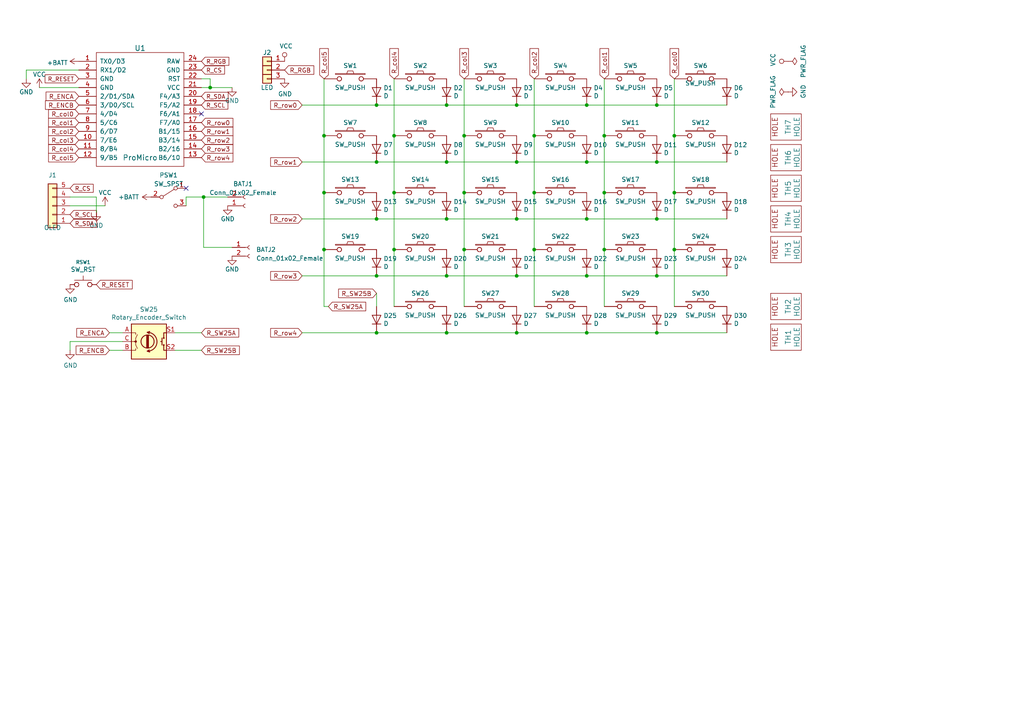
<source format=kicad_sch>
(kicad_sch (version 20230121) (generator eeschema)
  (paper "A4")
  (lib_symbols
    (symbol "Connector:Conn_01x02_Female" (pin_names (offset 1.016) hide)
      (property "Reference" "J" (at 0 2.54 0))
      (property "Value" "Conn_01x02_Female" (at 0 -5.08 0))
      (symbol "Conn_01x02_Female_1_1"
        (arc (start 0 -2.032) (mid -0.5058 -2.54) (end 0 -3.048) (stroke (width 0.1524)))
        (polyline (pts (xy -1.27 -2.54) (xy -0.508 -2.54)) (stroke (width 0.1524)))
        (polyline (pts (xy -1.27 0) (xy -0.508 0)) (stroke (width 0.1524)))
        (arc (start 0 0.508) (mid -0.5058 0) (end 0 -0.508) (stroke (width 0.1524)))
        (pin passive line (at -5.08 0 0) (length 3.81) (name "Pin_1") (number "1"))
        (pin passive line (at -5.08 -2.54 0) (length 3.81) (name "Pin_2") (number "2"))
      )
    )
    (symbol "Connector_Generic:Conn_01x05" (pin_names (offset 1.016) hide)
      (property "Reference" "J" (at 0 7.62 0))
      (property "Value" "Conn_01x05" (at 0 -7.62 0))
      (symbol "Conn_01x05_1_1"
        (rectangle (start -1.27 -4.953) (end 0 -5.207) (stroke (width 0.1524)))
        (rectangle (start -1.27 -2.413) (end 0 -2.667) (stroke (width 0.1524)))
        (rectangle (start -1.27 0.127) (end 0 -0.127) (stroke (width 0.1524)))
        (rectangle (start -1.27 2.667) (end 0 2.413) (stroke (width 0.1524)))
        (rectangle (start -1.27 5.207) (end 0 4.953) (stroke (width 0.1524)))
        (rectangle (start -1.27 6.35) (end 1.27 -6.35) (stroke (width 0.254)) (fill (type background)))
        (pin passive line (at -5.08 5.08 0) (length 3.81) (name "Pin_1") (number "1"))
        (pin passive line (at -5.08 2.54 0) (length 3.81) (name "Pin_2") (number "2"))
        (pin passive line (at -5.08 0 0) (length 3.81) (name "Pin_3") (number "3"))
        (pin passive line (at -5.08 -2.54 0) (length 3.81) (name "Pin_4") (number "4"))
        (pin passive line (at -5.08 -5.08 0) (length 3.81) (name "Pin_5") (number "5"))
      )
    )
    (symbol "SofleKeyboard-rescue:D-Lily58-cache-Lily58_Pro-rescue" (pin_numbers hide) (pin_names (offset 1.016) hide)
      (property "Reference" "D" (at 0 2.54 0))
      (property "Value" "D-Lily58-cache-Lily58_Pro-rescue" (at 0 -2.54 0))
      (symbol "D-Lily58-cache-Lily58_Pro-rescue_0_1"
        (polyline (pts (xy -1.27 1.27) (xy -1.27 -1.27)) (stroke (width 0.2032)))
        (polyline (pts (xy 1.27 0) (xy -1.27 0)))
        (polyline (pts (xy 1.27 1.27) (xy 1.27 -1.27) (xy -1.27 0) (xy 1.27 1.27)) (stroke (width 0.2032)))
      )
      (symbol "D-Lily58-cache-Lily58_Pro-rescue_1_1"
        (pin passive line (at -3.81 0 0) (length 2.54) (name "K") (number "1"))
        (pin passive line (at 3.81 0 180) (length 2.54) (name "A") (number "2"))
      )
    )
    (symbol "SofleKeyboard-rescue:GND-Lily58-cache-Lily58_Pro-rescue" (power) (pin_names (offset 0))
      (property "Value" "GND-Lily58-cache-Lily58_Pro-rescue" (at 0 -3.81 0))
      (symbol "GND-Lily58-cache-Lily58_Pro-rescue_1_1"
        (polyline (pts (xy 0 0) (xy 0 -1.27) (xy 1.27 -1.27) (xy 0 -2.54) (xy -1.27 -1.27) (xy 0 -1.27)))
        (pin power_in line (at 0 0 0) (length 0) hide (name "GND") (number "1"))
      )
    )
    (symbol "SofleKeyboard-rescue:HOLE-Lily58-cache-Lily58_Pro-rescue" (pin_names (offset 1.016))
      (property "Reference" "U" (at 0 0 0))
      (property "Value" "HOLE-Lily58-cache-Lily58_Pro-rescue" (at 0 -5.08 0))
      (symbol "HOLE-Lily58-cache-Lily58_Pro-rescue_0_0"
        (text "HOLE" (at 0 3.81 0) (effects (font (size 1.524 1.524))))
      )
      (symbol "HOLE-Lily58-cache-Lily58_Pro-rescue_0_1"
        (rectangle (start 3.81 5.08) (end -3.81 -3.81))
      )
    )
    (symbol "SofleKeyboard-rescue:LED-Lily58-cache-Lily58_Pro-rescue" (pin_names (offset 1.016) hide)
      (property "Reference" "J" (at 0 5.08 0))
      (property "Value" "LED-Lily58-cache-Lily58_Pro-rescue" (at 0 -5.08 0))
      (symbol "LED-Lily58-cache-Lily58_Pro-rescue_1_1"
        (rectangle (start -1.27 3.81) (end 1.27 -3.81) (stroke (width 0.254)) (fill (type background)))
        (rectangle (start 0 -2.413) (end 1.27 -2.667) (stroke (width 0.1524)))
        (polyline (pts (xy -1.27 -1.27) (xy 1.27 -1.27)) (stroke (width 0.254)))
        (polyline (pts (xy -1.27 1.27) (xy 1.27 1.27)) (stroke (width 0.254)))
        (rectangle (start 0 0.127) (end 1.27 -0.127) (stroke (width 0.1524)))
        (rectangle (start 0 2.667) (end 1.27 2.413) (stroke (width 0.1524)))
        (pin passive line (at 5.08 2.54 180) (length 3.81) (name "Pin_1") (number "1"))
        (pin passive line (at 5.08 0 180) (length 3.81) (name "Pin_2") (number "2"))
        (pin passive line (at 5.08 -2.54 180) (length 3.81) (name "Pin_3") (number "3"))
      )
    )
    (symbol "SofleKeyboard-rescue:PWR_FLAG-Lily58-cache-Lily58_Pro-rescue" (power) (pin_numbers hide) (pin_names (offset 0) hide)
      (property "Value" "PWR_FLAG-Lily58-cache-Lily58_Pro-rescue" (at 0 3.81 0))
      (symbol "PWR_FLAG-Lily58-cache-Lily58_Pro-rescue_0_0"
        (pin power_out line (at 0 0 90) (length 0) (name "pwr") (number "1"))
      )
      (symbol "PWR_FLAG-Lily58-cache-Lily58_Pro-rescue_0_1"
        (polyline (pts (xy 0 0) (xy 0 1.27) (xy -1.016 1.905) (xy 0 2.54) (xy 1.016 1.905) (xy 0 1.27)))
      )
    )
    (symbol "SofleKeyboard-rescue:Rotary_Encoder_Switch-Device" (pin_names (offset 0.254) hide)
      (property "Reference" "SW" (at 0 6.604 0))
      (property "Value" "Device_Rotary_Encoder_Switch" (at 0 -6.604 0))
      (symbol "Rotary_Encoder_Switch-Device_0_1"
        (rectangle (start -5.08 5.08) (end 5.08 -5.08) (stroke (width 0.254)) (fill (type background)))
        (circle (center -3.81 0) (radius 0.254) (fill (type outline)))
        (arc (start -0.381 -2.794) (mid 2.3376 -0.0635) (end -0.381 2.667) (stroke (width 0.254)))
        (circle (center -0.381 0) (radius 1.905) (stroke (width 0.254)))
        (polyline (pts (xy -0.635 -1.778) (xy -0.635 1.778)) (stroke (width 0.254)))
        (polyline (pts (xy -0.381 -1.778) (xy -0.381 1.778)) (stroke (width 0.254)))
        (polyline (pts (xy -0.127 1.778) (xy -0.127 -1.778)) (stroke (width 0.254)))
        (polyline (pts (xy 3.81 0) (xy 3.429 0)) (stroke (width 0.254)))
        (polyline (pts (xy 3.81 1.016) (xy 3.81 -1.016)) (stroke (width 0.254)))
        (polyline (pts (xy -5.08 -2.54) (xy -3.81 -2.54) (xy -3.81 -2.032)))
        (polyline (pts (xy -5.08 2.54) (xy -3.81 2.54) (xy -3.81 2.032)))
        (polyline (pts (xy 0.254 -3.048) (xy -0.508 -2.794) (xy 0.127 -2.413)) (stroke (width 0.254)))
        (polyline (pts (xy 0.254 2.921) (xy -0.508 2.667) (xy 0.127 2.286)) (stroke (width 0.254)))
        (polyline (pts (xy 5.08 -2.54) (xy 4.318 -2.54) (xy 4.318 -1.016)) (stroke (width 0.254)))
        (polyline (pts (xy 5.08 2.54) (xy 4.318 2.54) (xy 4.318 1.016)) (stroke (width 0.254)))
        (polyline (pts (xy -5.08 0) (xy -3.81 0) (xy -3.81 -1.016) (xy -3.302 -2.032)))
        (polyline (pts (xy -4.318 0) (xy -3.81 0) (xy -3.81 1.016) (xy -3.302 2.032)))
        (circle (center 4.318 -1.016) (radius 0.127) (stroke (width 0.254)))
        (circle (center 4.318 1.016) (radius 0.127) (stroke (width 0.254)))
      )
      (symbol "Rotary_Encoder_Switch-Device_1_1"
        (pin passive line (at -7.62 2.54 0) (length 2.54) (name "A") (number "A"))
        (pin passive line (at -7.62 -2.54 0) (length 2.54) (name "B") (number "B"))
        (pin passive line (at -7.62 0 0) (length 2.54) (name "C") (number "C"))
        (pin passive line (at 7.62 2.54 180) (length 2.54) (name "S1") (number "S1"))
        (pin passive line (at 7.62 -2.54 180) (length 2.54) (name "S2") (number "S2"))
      )
    )
    (symbol "SofleKeyboard-rescue:SW_PUSH-Lily58-cache-Lily58_Pro-rescue" (pin_numbers hide) (pin_names (offset 1.016) hide)
      (property "Reference" "SW" (at 3.81 2.794 0))
      (property "Value" "SW_PUSH-Lily58-cache-Lily58_Pro-rescue" (at 0 -2.032 0))
      (symbol "SW_PUSH-Lily58-cache-Lily58_Pro-rescue_0_1"
        (rectangle (start -4.318 1.27) (end 4.318 1.524))
        (polyline (pts (xy -1.016 1.524) (xy -0.762 2.286) (xy 0.762 2.286) (xy 1.016 1.524)))
        (pin passive inverted (at -7.62 0 0) (length 5.08) (name "1") (number "1"))
        (pin passive inverted (at 7.62 0 180) (length 5.08) (name "2") (number "2"))
      )
    )
    (symbol "SofleKeyboard-rescue:SW_RST-Lily58-cache-Lily58_Pro-rescue" (pin_numbers hide) (pin_names (offset 1.016) hide)
      (property "Reference" "RSW" (at 2.54 2.54 0))
      (property "Value" "SW_RST-Lily58-cache-Lily58_Pro-rescue" (at 0 -2.54 0))
      (symbol "SW_RST-Lily58-cache-Lily58_Pro-rescue_0_1"
        (polyline (pts (xy -2.54 1.27) (xy 2.54 1.27)))
        (polyline (pts (xy 0 2.54) (xy 0 1.27)))
        (pin passive inverted (at -3.81 0 0) (length 2.54) (name "1") (number "1"))
        (pin passive inverted (at 3.81 0 180) (length 2.54) (name "2") (number "2"))
      )
    )
    (symbol "SofleKeyboard-rescue:VCC-Lily58-cache-Lily58_Pro-rescue" (power) (pin_names (offset 0))
      (property "Value" "VCC-Lily58-cache-Lily58_Pro-rescue" (at 0 3.81 0))
      (symbol "VCC-Lily58-cache-Lily58_Pro-rescue_0_1"
        (polyline (pts (xy 0 0) (xy 0 1.27)))
        (circle (center 0 1.905) (radius 0.635))
      )
      (symbol "VCC-Lily58-cache-Lily58_Pro-rescue_1_1"
        (pin power_in line (at 0 0 90) (length 0) hide (name "VCC") (number "1"))
      )
    )
    (symbol "Switch:SW_SPDT" (pin_names (offset 0) hide)
      (property "Reference" "SW" (at 0 4.318 0))
      (property "Value" "SW_SPDT" (at 0 -5.08 0))
      (symbol "SW_SPDT_0_0"
        (circle (center -2.032 0) (radius 0.508))
        (circle (center 2.032 -2.54) (radius 0.508))
      )
      (symbol "SW_SPDT_0_1"
        (polyline (pts (xy -1.524 0.254) (xy 1.651 2.286)))
        (circle (center 2.032 2.54) (radius 0.508))
      )
      (symbol "SW_SPDT_1_1"
        (pin passive line (at 5.08 2.54 180) (length 2.54) (name "A") (number "1"))
        (pin passive line (at -5.08 0 0) (length 2.54) (name "B") (number "2"))
        (pin passive line (at 5.08 -2.54 180) (length 2.54) (name "C") (number "3"))
      )
    )
    (symbol "kbd:ProMicro" (pin_names (offset 1.016))
      (property "Reference" "U" (at 0 19.05 0))
      (property "Value" "ProMicro" (at 0 -19.05 0))
      (symbol "ProMicro_0_1"
        (rectangle (start -12.7 16.51) (end 12.7 -16.51))
      )
      (symbol "ProMicro_1_1"
        (pin bidirectional line (at -17.78 13.97 0) (length 5.08) (name "TX0/D3") (number "1"))
        (pin bidirectional line (at -17.78 -8.89 0) (length 5.08) (name "7/E6") (number "10"))
        (pin bidirectional line (at -17.78 -11.43 0) (length 5.08) (name "8/B4") (number "11"))
        (pin bidirectional line (at -17.78 -13.97 0) (length 5.08) (name "9/B5") (number "12"))
        (pin bidirectional line (at 17.78 -13.97 180) (length 5.08) (name "B6/10") (number "13"))
        (pin bidirectional line (at 17.78 -11.43 180) (length 5.08) (name "B2/16") (number "14"))
        (pin bidirectional line (at 17.78 -8.89 180) (length 5.08) (name "B3/14") (number "15"))
        (pin bidirectional line (at 17.78 -6.35 180) (length 5.08) (name "B1/15") (number "16"))
        (pin bidirectional line (at 17.78 -3.81 180) (length 5.08) (name "F7/A0") (number "17"))
        (pin bidirectional line (at 17.78 -1.27 180) (length 5.08) (name "F6/A1") (number "18"))
        (pin bidirectional line (at 17.78 1.27 180) (length 5.08) (name "F5/A2") (number "19"))
        (pin bidirectional line (at -17.78 11.43 0) (length 5.08) (name "RX1/D2") (number "2"))
        (pin bidirectional line (at 17.78 3.81 180) (length 5.08) (name "F4/A3") (number "20"))
        (pin power_in line (at 17.78 6.35 180) (length 5.08) (name "VCC") (number "21"))
        (pin input line (at 17.78 8.89 180) (length 5.08) (name "RST") (number "22"))
        (pin power_in line (at 17.78 11.43 180) (length 5.08) (name "GND") (number "23"))
        (pin power_out line (at 17.78 13.97 180) (length 5.08) (name "RAW") (number "24"))
        (pin power_in line (at -17.78 8.89 0) (length 5.08) (name "GND") (number "3"))
        (pin power_in line (at -17.78 6.35 0) (length 5.08) (name "GND") (number "4"))
        (pin bidirectional line (at -17.78 3.81 0) (length 5.08) (name "2/D1/SDA") (number "5"))
        (pin bidirectional line (at -17.78 1.27 0) (length 5.08) (name "3/D0/SCL") (number "6"))
        (pin bidirectional line (at -17.78 -1.27 0) (length 5.08) (name "4/D4") (number "7"))
        (pin bidirectional line (at -17.78 -3.81 0) (length 5.08) (name "5/C6") (number "8"))
        (pin bidirectional line (at -17.78 -6.35 0) (length 5.08) (name "6/D7") (number "9"))
      )
    )
    (symbol "power:+BATT" (power) (pin_names (offset 0))
      (property "Value" "+BATT" (at 0 3.556 0))
      (symbol "+BATT_0_1"
        (polyline (pts (xy -0.762 1.27) (xy 0 2.54)))
        (polyline (pts (xy 0 0) (xy 0 2.54)))
        (polyline (pts (xy 0 2.54) (xy 0.762 1.27)))
      )
      (symbol "+BATT_1_1"
        (pin power_in line (at 0 0 90) (length 0) hide (name "+BATT") (number "1"))
      )
    )
    (symbol "power:GND" (power) (pin_names (offset 0))
      (property "Value" "GND" (at 0 -3.81 0))
      (symbol "GND_0_1"
        (polyline (pts (xy 0 0) (xy 0 -1.27) (xy 1.27 -1.27) (xy 0 -2.54) (xy -1.27 -1.27) (xy 0 -1.27)))
      )
      (symbol "GND_1_1"
        (pin power_in line (at 0 0 270) (length 0) hide (name "GND") (number "1"))
      )
    )
    (symbol "power:VCC" (power) (pin_names (offset 0))
      (property "Value" "VCC" (at 0 3.81 0))
      (symbol "VCC_0_1"
        (polyline (pts (xy -0.762 1.27) (xy 0 2.54)))
        (polyline (pts (xy 0 0) (xy 0 2.54)))
        (polyline (pts (xy 0 2.54) (xy 0.762 1.27)))
      )
      (symbol "VCC_1_1"
        (pin power_in line (at 0 0 90) (length 0) hide (name "VCC") (number "1"))
      )
    )
  )
  (junction (at 114.3 72.39))
  (junction (at 154.94 55.88))
  (junction (at 190.5 46.99))
  (junction (at 109.22 46.99))
  (junction (at 149.86 80.01))
  (junction (at 93.98 39.37))
  (junction (at 149.86 96.52))
  (junction (at 109.22 63.5))
  (junction (at 175.26 55.88))
  (junction (at 175.26 72.39))
  (junction (at 195.58 39.37))
  (junction (at 154.94 39.37))
  (junction (at 170.18 63.5))
  (junction (at 129.54 80.01))
  (junction (at 59.055 57.15))
  (junction (at 170.18 80.01))
  (junction (at 195.58 72.39))
  (junction (at 109.22 96.52))
  (junction (at 149.86 46.99))
  (junction (at 195.58 55.88))
  (junction (at 129.54 63.5))
  (junction (at 170.18 30.48))
  (junction (at 190.5 80.01))
  (junction (at 134.62 55.88))
  (junction (at 109.22 80.01))
  (junction (at 149.86 63.5))
  (junction (at 129.54 46.99))
  (junction (at 134.62 39.37))
  (junction (at 134.62 72.39))
  (junction (at 190.5 30.48))
  (junction (at 114.3 55.88))
  (junction (at 109.22 30.48))
  (junction (at 114.3 39.37))
  (junction (at 170.18 96.52))
  (junction (at 190.5 96.52))
  (junction (at 93.98 72.39))
  (junction (at 60.96 25.4))
  (junction (at 93.98 55.88))
  (junction (at 129.54 30.48))
  (junction (at 129.54 96.52))
  (junction (at 175.26 39.37))
  (junction (at 149.86 30.48))
  (junction (at 154.94 72.39))
  (junction (at 170.18 46.99))
  (junction (at 190.5 63.5))
  (no_connect (at 58.42 33.02))
  (no_connect (at 53.975 54.61))
  (wire (pts (xy 149.86 63.5) (xy 170.18 63.5)))
  (wire (pts (xy 93.98 88.9) (xy 95.25 88.9)))
  (wire (pts (xy 109.22 30.48) (xy 87.63 30.48)))
  (wire (pts (xy 20.32 99.06) (xy 20.32 101.6)))
  (wire (pts (xy 93.98 39.37) (xy 93.98 55.88)))
  (wire (pts (xy 53.975 57.15) (xy 53.975 59.69)))
  (wire (pts (xy 93.98 22.86) (xy 93.98 39.37)))
  (wire (pts (xy 190.5 46.99) (xy 210.82 46.99)))
  (wire (pts (xy 129.54 46.99) (xy 109.22 46.99)))
  (wire (pts (xy 195.58 72.39) (xy 195.58 88.9)))
  (wire (pts (xy 129.54 30.48) (xy 109.22 30.48)))
  (wire (pts (xy 170.18 80.01) (xy 190.5 80.01)))
  (wire (pts (xy 93.98 55.88) (xy 93.98 72.39)))
  (wire (pts (xy 154.94 39.37) (xy 154.94 55.88)))
  (wire (pts (xy 129.54 63.5) (xy 109.22 63.5)))
  (wire (pts (xy 31.75 101.6) (xy 35.56 101.6)))
  (wire (pts (xy 149.86 96.52) (xy 170.18 96.52)))
  (wire (pts (xy 59.055 57.15) (xy 59.055 71.755)))
  (wire (pts (xy 22.86 25.4) (xy 11.43 25.4)))
  (wire (pts (xy 109.22 46.99) (xy 87.63 46.99)))
  (wire (pts (xy 170.18 46.99) (xy 190.5 46.99)))
  (wire (pts (xy 149.86 30.48) (xy 170.18 30.48)))
  (wire (pts (xy 53.975 57.15) (xy 59.055 57.15)))
  (wire (pts (xy 190.5 30.48) (xy 210.82 30.48)))
  (wire (pts (xy 170.18 63.5) (xy 190.5 63.5)))
  (wire (pts (xy 175.26 72.39) (xy 175.26 55.88)))
  (wire (pts (xy 129.54 80.01) (xy 109.22 80.01)))
  (wire (pts (xy 129.54 46.99) (xy 149.86 46.99)))
  (wire (pts (xy 50.8 101.6) (xy 58.42 101.6)))
  (wire (pts (xy 149.86 80.01) (xy 170.18 80.01)))
  (wire (pts (xy 154.94 55.88) (xy 154.94 72.39)))
  (wire (pts (xy 170.18 96.52) (xy 190.5 96.52)))
  (wire (pts (xy 175.26 22.86) (xy 175.26 39.37)))
  (wire (pts (xy 109.22 96.52) (xy 129.54 96.52)))
  (wire (pts (xy 60.96 22.86) (xy 60.96 25.4)))
  (wire (pts (xy 190.5 96.52) (xy 210.82 96.52)))
  (wire (pts (xy 195.58 55.88) (xy 195.58 72.39)))
  (wire (pts (xy 134.62 39.37) (xy 134.62 55.88)))
  (wire (pts (xy 195.58 39.37) (xy 195.58 22.86)))
  (wire (pts (xy 134.62 72.39) (xy 134.62 88.9)))
  (wire (pts (xy 109.22 63.5) (xy 87.63 63.5)))
  (wire (pts (xy 129.54 80.01) (xy 149.86 80.01)))
  (wire (pts (xy 129.54 96.52) (xy 149.86 96.52)))
  (wire (pts (xy 149.86 46.99) (xy 170.18 46.99)))
  (wire (pts (xy 27.94 61.595) (xy 27.94 57.15)))
  (wire (pts (xy 67.31 25.4) (xy 60.96 25.4)))
  (wire (pts (xy 175.26 39.37) (xy 175.26 55.88)))
  (wire (pts (xy 31.75 96.52) (xy 35.56 96.52)))
  (wire (pts (xy 109.22 85.09) (xy 109.22 88.9)))
  (wire (pts (xy 134.62 22.86) (xy 134.62 39.37)))
  (wire (pts (xy 190.5 30.48) (xy 170.18 30.48)))
  (wire (pts (xy 60.96 25.4) (xy 58.42 25.4)))
  (wire (pts (xy 195.58 55.88) (xy 195.58 39.37)))
  (wire (pts (xy 35.56 99.06) (xy 20.32 99.06)))
  (wire (pts (xy 50.8 96.52) (xy 58.42 96.52)))
  (wire (pts (xy 190.5 80.01) (xy 210.82 80.01)))
  (wire (pts (xy 93.98 72.39) (xy 93.98 88.9)))
  (wire (pts (xy 20.32 59.69) (xy 30.48 59.69)))
  (wire (pts (xy 129.54 30.48) (xy 149.86 30.48)))
  (wire (pts (xy 7.62 22.86) (xy 7.62 20.32)))
  (wire (pts (xy 109.22 80.01) (xy 87.63 80.01)))
  (wire (pts (xy 190.5 63.5) (xy 210.82 63.5)))
  (wire (pts (xy 175.26 72.39) (xy 175.26 88.9)))
  (wire (pts (xy 129.54 63.5) (xy 149.86 63.5)))
  (wire (pts (xy 134.62 55.88) (xy 134.62 72.39)))
  (wire (pts (xy 7.62 20.32) (xy 22.86 20.32)))
  (wire (pts (xy 114.3 72.39) (xy 114.3 88.9)))
  (wire (pts (xy 27.94 57.15) (xy 20.32 57.15)))
  (wire (pts (xy 154.94 72.39) (xy 154.94 88.9)))
  (wire (pts (xy 59.055 71.755) (xy 67.31 71.755)))
  (wire (pts (xy 87.63 96.52) (xy 109.22 96.52)))
  (wire (pts (xy 114.3 22.86) (xy 114.3 39.37)))
  (wire (pts (xy 114.3 55.88) (xy 114.3 72.39)))
  (wire (pts (xy 59.055 57.15) (xy 66.04 57.15)))
  (wire (pts (xy 58.42 22.86) (xy 60.96 22.86)))
  (wire (pts (xy 114.3 39.37) (xy 114.3 55.88)))
  (wire (pts (xy 154.94 22.86) (xy 154.94 39.37)))
  (global_label "R_SCL" (shape input) (at 20.32 62.23 0) (effects (font (size 1.1938 1.1938))) (property "Intersheetrefs" "${INTERSHEET_REFS}" (effects hide)))
  (global_label "R_SW25A" (shape input) (at 95.25 88.9 0) (property "Intersheetrefs" "${INTERSHEET_REFS}" (effects hide)))
  (global_label "R_row2" (shape input) (at 87.63 63.5 180) (property "Intersheetrefs" "${INTERSHEET_REFS}" (effects hide)))
  (global_label "R_col0" (shape input) (at 22.86 33.02 180) (property "Intersheetrefs" "${INTERSHEET_REFS}" (effects hide)))
  (global_label "R_SDA" (shape input) (at 58.42 27.94 0) (effects (font (size 1.1938 1.1938))) (property "Intersheetrefs" "${INTERSHEET_REFS}" (effects hide)))
  (global_label "R_CS" (shape input) (at 20.32 54.61 0) (effects (font (size 1.1938 1.1938))) (property "Intersheetrefs" "${INTERSHEET_REFS}" (effects hide)))
  (global_label "R_SCL" (shape input) (at 58.42 30.48 0) (effects (font (size 1.1938 1.1938))) (property "Intersheetrefs" "${INTERSHEET_REFS}" (effects hide)))
  (global_label "R_col0" (shape input) (at 195.58 22.86 90) (property "Intersheetrefs" "${INTERSHEET_REFS}" (effects hide)))
  (global_label "R_row0" (shape input) (at 87.63 30.48 180) (property "Intersheetrefs" "${INTERSHEET_REFS}" (effects hide)))
  (global_label "R_RGB" (shape input) (at 58.42 17.78 0) (effects (font (size 1.1938 1.1938))) (property "Intersheetrefs" "${INTERSHEET_REFS}" (effects hide)))
  (global_label "R_CS" (shape input) (at 58.42 20.32 0) (effects (font (size 1.1938 1.1938))) (property "Intersheetrefs" "${INTERSHEET_REFS}" (effects hide)))
  (global_label "R_SDA" (shape input) (at 20.32 64.77 0) (effects (font (size 1.1938 1.1938))) (property "Intersheetrefs" "${INTERSHEET_REFS}" (effects hide)))
  (global_label "R_col2" (shape input) (at 22.86 38.1 180) (property "Intersheetrefs" "${INTERSHEET_REFS}" (effects hide)))
  (global_label "R_row1" (shape input) (at 87.63 46.99 180) (property "Intersheetrefs" "${INTERSHEET_REFS}" (effects hide)))
  (global_label "R_col2" (shape input) (at 154.94 22.86 90) (property "Intersheetrefs" "${INTERSHEET_REFS}" (effects hide)))
  (global_label "R_row4" (shape input) (at 87.63 96.52 180) (property "Intersheetrefs" "${INTERSHEET_REFS}" (effects hide)))
  (global_label "R_row1" (shape input) (at 58.42 38.1 0) (property "Intersheetrefs" "${INTERSHEET_REFS}" (effects hide)))
  (global_label "R_row4" (shape input) (at 58.42 45.72 0) (property "Intersheetrefs" "${INTERSHEET_REFS}" (effects hide)))
  (global_label "R_col3" (shape input) (at 134.62 22.86 90) (property "Intersheetrefs" "${INTERSHEET_REFS}" (effects hide)))
  (global_label "R_col1" (shape input) (at 175.26 22.86 90) (property "Intersheetrefs" "${INTERSHEET_REFS}" (effects hide)))
  (global_label "R_col1" (shape input) (at 22.86 35.56 180) (property "Intersheetrefs" "${INTERSHEET_REFS}" (effects hide)))
  (global_label "R_ENCB" (shape input) (at 22.86 30.48 180) (property "Intersheetrefs" "${INTERSHEET_REFS}" (effects hide)))
  (global_label "R_col3" (shape input) (at 22.86 40.64 180) (property "Intersheetrefs" "${INTERSHEET_REFS}" (effects hide)))
  (global_label "R_row2" (shape input) (at 58.42 40.64 0) (property "Intersheetrefs" "${INTERSHEET_REFS}" (effects hide)))
  (global_label "R_SW25B" (shape input) (at 109.22 85.09 180) (property "Intersheetrefs" "${INTERSHEET_REFS}" (effects hide)))
  (global_label "R_col5" (shape input) (at 22.86 45.72 180) (property "Intersheetrefs" "${INTERSHEET_REFS}" (effects hide)))
  (global_label "R_row0" (shape input) (at 58.42 35.56 0) (property "Intersheetrefs" "${INTERSHEET_REFS}" (effects hide)))
  (global_label "R_col4" (shape input) (at 22.86 43.18 180) (property "Intersheetrefs" "${INTERSHEET_REFS}" (effects hide)))
  (global_label "R_col5" (shape input) (at 93.98 22.86 90) (property "Intersheetrefs" "${INTERSHEET_REFS}" (effects hide)))
  (global_label "R_row3" (shape input) (at 87.63 80.01 180) (property "Intersheetrefs" "${INTERSHEET_REFS}" (effects hide)))
  (global_label "R_SW25B" (shape input) (at 58.42 101.6 0) (property "Intersheetrefs" "${INTERSHEET_REFS}" (effects hide)))
  (global_label "R_SW25A" (shape input) (at 58.42 96.52 0) (property "Intersheetrefs" "${INTERSHEET_REFS}" (effects hide)))
  (global_label "R_ENCB" (shape input) (at 31.75 101.6 180) (property "Intersheetrefs" "${INTERSHEET_REFS}" (effects hide)))
  (global_label "R_RESET" (shape input) (at 27.94 82.55 0) (property "Intersheetrefs" "${INTERSHEET_REFS}" (effects hide)))
  (global_label "R_row3" (shape input) (at 58.42 43.18 0) (property "Intersheetrefs" "${INTERSHEET_REFS}" (effects hide)))
  (global_label "R_ENCA" (shape input) (at 31.75 96.52 180) (property "Intersheetrefs" "${INTERSHEET_REFS}" (effects hide)))
  (global_label "R_RGB" (shape input) (at 82.55 20.32 0) (property "Intersheetrefs" "${INTERSHEET_REFS}" (effects hide)))
  (global_label "R_RESET" (shape input) (at 22.86 22.86 180) (effects (font (size 1.1938 1.1938))) (property "Intersheetrefs" "${INTERSHEET_REFS}" (effects hide)))
  (global_label "R_ENCA" (shape input) (at 22.86 27.94 180) (property "Intersheetrefs" "${INTERSHEET_REFS}" (effects hide)))
  (global_label "R_col4" (shape input) (at 114.3 22.86 90) (property "Intersheetrefs" "${INTERSHEET_REFS}" (effects hide)))
  (symbol (lib_id "SofleKeyboard-rescue:SW_PUSH-Lily58-cache-Lily58_Pro-rescue") (at 121.92 88.9 0) (unit 1)
    (property "Reference" "SW26" (at 121.92 85.09 0))
    (property "Value" "SW_PUSH" (at 121.92 91.44 0))
    (property "Footprint" "CherryMX_KailhLowProfile_Hotswap_OneSide_1.5" (effects hide))
  )
  (symbol (lib_id "SofleKeyboard-rescue:SW_PUSH-Lily58-cache-Lily58_Pro-rescue") (at 101.6 22.86 0) (unit 1)
    (property "Reference" "SW1" (at 101.6 19.05 0))
    (property "Value" "SW_PUSH" (at 101.6 25.4 0))
    (property "Footprint" "CherryMX_KailhLowProfile_Hotswap_OneSide" (effects hide))
  )
  (symbol (lib_id "SofleKeyboard-rescue:D-Lily58-cache-Lily58_Pro-rescue") (at 109.22 26.67 90) (unit 1)
    (property "Reference" "D1" (at 111.2266 25.5016 90) (effects (justify right)))
    (property "Value" "D" (at 111.2266 27.813 90) (effects (justify right)))
    (property "Footprint" "SofleKeyboard-footprint:Diode_SOD123" (effects hide))
  )
  (symbol (lib_id "SofleKeyboard-rescue:SW_PUSH-Lily58-cache-Lily58_Pro-rescue") (at 121.92 22.86 0) (unit 1)
    (property "Reference" "SW2" (at 121.92 19.05 0))
    (property "Value" "SW_PUSH" (at 121.92 25.4 0))
    (property "Footprint" "CherryMX_KailhLowProfile_Hotswap_OneSide" (effects hide))
  )
  (symbol (lib_id "SofleKeyboard-rescue:D-Lily58-cache-Lily58_Pro-rescue") (at 129.54 26.67 90) (unit 1)
    (property "Reference" "D2" (at 131.5466 25.5016 90) (effects (justify right)))
    (property "Value" "D" (at 131.5466 27.813 90) (effects (justify right)))
    (property "Footprint" "SofleKeyboard-footprint:Diode_SOD123" (effects hide))
  )
  (symbol (lib_id "SofleKeyboard-rescue:SW_PUSH-Lily58-cache-Lily58_Pro-rescue") (at 142.24 22.86 0) (unit 1)
    (property "Reference" "SW3" (at 142.24 19.05 0))
    (property "Value" "SW_PUSH" (at 142.24 25.4 0))
    (property "Footprint" "CherryMX_KailhLowProfile_Hotswap_OneSide" (effects hide))
  )
  (symbol (lib_id "SofleKeyboard-rescue:D-Lily58-cache-Lily58_Pro-rescue") (at 149.86 26.67 90) (unit 1)
    (property "Reference" "D3" (at 151.8666 25.5016 90) (effects (justify right)))
    (property "Value" "D" (at 151.8666 27.813 90) (effects (justify right)))
    (property "Footprint" "SofleKeyboard-footprint:Diode_SOD123" (effects hide))
  )
  (symbol (lib_id "SofleKeyboard-rescue:SW_PUSH-Lily58-cache-Lily58_Pro-rescue") (at 162.56 22.86 0) (unit 1)
    (property "Reference" "SW4" (at 162.56 19.05 0))
    (property "Value" "SW_PUSH" (at 162.56 25.4 0))
    (property "Footprint" "CherryMX_KailhLowProfile_Hotswap_OneSide" (effects hide))
  )
  (symbol (lib_id "SofleKeyboard-rescue:D-Lily58-cache-Lily58_Pro-rescue") (at 170.18 26.67 90) (unit 1)
    (property "Reference" "D4" (at 172.1866 25.5016 90) (effects (justify right)))
    (property "Value" "D" (at 172.1866 27.813 90) (effects (justify right)))
    (property "Footprint" "SofleKeyboard-footprint:Diode_SOD123" (effects hide))
  )
  (symbol (lib_id "SofleKeyboard-rescue:SW_PUSH-Lily58-cache-Lily58_Pro-rescue") (at 182.88 22.86 0) (unit 1)
    (property "Reference" "SW5" (at 182.88 19.05 0))
    (property "Value" "SW_PUSH" (at 182.88 25.4 0))
    (property "Footprint" "CherryMX_KailhLowProfile_Hotswap_OneSide" (effects hide))
  )
  (symbol (lib_id "SofleKeyboard-rescue:D-Lily58-cache-Lily58_Pro-rescue") (at 190.5 26.67 90) (unit 1)
    (property "Reference" "D5" (at 192.5066 25.5016 90) (effects (justify right)))
    (property "Value" "D" (at 192.5066 27.813 90) (effects (justify right)))
    (property "Footprint" "SofleKeyboard-footprint:Diode_SOD123" (effects hide))
  )
  (symbol (lib_id "SofleKeyboard-rescue:SW_PUSH-Lily58-cache-Lily58_Pro-rescue") (at 203.2 22.86 0) (unit 1)
    (property "Reference" "SW6" (at 203.2 19.05 0))
    (property "Value" "SW_PUSH" (at 203.2 24.13 0))
    (property "Footprint" "CherryMX_KailhLowProfile_Hotswap_OneSide" (effects hide))
  )
  (symbol (lib_id "SofleKeyboard-rescue:D-Lily58-cache-Lily58_Pro-rescue") (at 210.82 26.67 90) (unit 1)
    (property "Reference" "D6" (at 212.8266 25.5016 90) (effects (justify right)))
    (property "Value" "D" (at 212.8266 27.813 90) (effects (justify right)))
    (property "Footprint" "SofleKeyboard-footprint:Diode_SOD123" (effects hide))
  )
  (symbol (lib_id "SofleKeyboard-rescue:SW_PUSH-Lily58-cache-Lily58_Pro-rescue") (at 121.92 39.37 0) (unit 1)
    (property "Reference" "SW8" (at 121.92 35.56 0))
    (property "Value" "SW_PUSH" (at 121.92 41.91 0))
    (property "Footprint" "CherryMX_KailhLowProfile_Hotswap_OneSide" (effects hide))
  )
  (symbol (lib_id "SofleKeyboard-rescue:SW_PUSH-Lily58-cache-Lily58_Pro-rescue") (at 142.24 39.37 0) (unit 1)
    (property "Reference" "SW9" (at 142.24 35.56 0))
    (property "Value" "SW_PUSH" (at 142.24 41.91 0))
    (property "Footprint" "CherryMX_KailhLowProfile_Hotswap_OneSide" (effects hide))
  )
  (symbol (lib_id "SofleKeyboard-rescue:SW_PUSH-Lily58-cache-Lily58_Pro-rescue") (at 162.56 39.37 0) (unit 1)
    (property "Reference" "SW10" (at 162.56 35.56 0))
    (property "Value" "SW_PUSH" (at 162.56 41.91 0))
    (property "Footprint" "CherryMX_KailhLowProfile_Hotswap_OneSide" (effects hide))
  )
  (symbol (lib_id "SofleKeyboard-rescue:SW_PUSH-Lily58-cache-Lily58_Pro-rescue") (at 182.88 39.37 0) (unit 1)
    (property "Reference" "SW11" (at 182.88 35.56 0))
    (property "Value" "SW_PUSH" (at 182.88 41.91 0))
    (property "Footprint" "CherryMX_KailhLowProfile_Hotswap_OneSide" (effects hide))
  )
  (symbol (lib_id "SofleKeyboard-rescue:SW_PUSH-Lily58-cache-Lily58_Pro-rescue") (at 203.2 39.37 0) (unit 1)
    (property "Reference" "SW12" (at 203.2 35.56 0))
    (property "Value" "SW_PUSH" (at 203.2 41.91 0))
    (property "Footprint" "CherryMX_KailhLowProfile_Hotswap_OneSide" (effects hide))
  )
  (symbol (lib_id "SofleKeyboard-rescue:SW_PUSH-Lily58-cache-Lily58_Pro-rescue") (at 101.6 39.37 0) (unit 1)
    (property "Reference" "SW7" (at 101.6 35.56 0))
    (property "Value" "SW_PUSH" (at 101.6 41.91 0))
    (property "Footprint" "CherryMX_KailhLowProfile_Hotswap_OneSide" (effects hide))
  )
  (symbol (lib_id "SofleKeyboard-rescue:D-Lily58-cache-Lily58_Pro-rescue") (at 109.22 43.18 90) (unit 1)
    (property "Reference" "D7" (at 111.2266 42.0116 90) (effects (justify right)))
    (property "Value" "D" (at 111.2266 44.323 90) (effects (justify right)))
    (property "Footprint" "SofleKeyboard-footprint:Diode_SOD123" (effects hide))
  )
  (symbol (lib_id "SofleKeyboard-rescue:D-Lily58-cache-Lily58_Pro-rescue") (at 129.54 43.18 90) (unit 1)
    (property "Reference" "D8" (at 131.5466 42.0116 90) (effects (justify right)))
    (property "Value" "D" (at 131.5466 44.323 90) (effects (justify right)))
    (property "Footprint" "SofleKeyboard-footprint:Diode_SOD123" (effects hide))
  )
  (symbol (lib_id "SofleKeyboard-rescue:D-Lily58-cache-Lily58_Pro-rescue") (at 149.86 43.18 90) (unit 1)
    (property "Reference" "D9" (at 151.8666 42.0116 90) (effects (justify right)))
    (property "Value" "D" (at 151.8666 44.323 90) (effects (justify right)))
    (property "Footprint" "SofleKeyboard-footprint:Diode_SOD123" (effects hide))
  )
  (symbol (lib_id "SofleKeyboard-rescue:D-Lily58-cache-Lily58_Pro-rescue") (at 170.18 43.18 90) (unit 1)
    (property "Reference" "D10" (at 172.1866 42.0116 90) (effects (justify right)))
    (property "Value" "D" (at 172.1866 44.323 90) (effects (justify right)))
    (property "Footprint" "SofleKeyboard-footprint:Diode_SOD123" (effects hide))
  )
  (symbol (lib_id "SofleKeyboard-rescue:D-Lily58-cache-Lily58_Pro-rescue") (at 190.5 43.18 90) (unit 1)
    (property "Reference" "D11" (at 192.5066 42.0116 90) (effects (justify right)))
    (property "Value" "D" (at 192.5066 44.323 90) (effects (justify right)))
    (property "Footprint" "SofleKeyboard-footprint:Diode_SOD123" (effects hide))
  )
  (symbol (lib_id "SofleKeyboard-rescue:D-Lily58-cache-Lily58_Pro-rescue") (at 210.82 43.18 90) (unit 1)
    (property "Reference" "D12" (at 212.8266 42.0116 90) (effects (justify right)))
    (property "Value" "D" (at 212.8266 44.323 90) (effects (justify right)))
    (property "Footprint" "SofleKeyboard-footprint:Diode_SOD123" (effects hide))
  )
  (symbol (lib_id "SofleKeyboard-rescue:SW_PUSH-Lily58-cache-Lily58_Pro-rescue") (at 101.6 55.88 0) (unit 1)
    (property "Reference" "SW13" (at 101.6 52.07 0))
    (property "Value" "SW_PUSH" (at 101.6 58.42 0))
    (property "Footprint" "CherryMX_KailhLowProfile_Hotswap_OneSide" (effects hide))
  )
  (symbol (lib_id "SofleKeyboard-rescue:SW_PUSH-Lily58-cache-Lily58_Pro-rescue") (at 121.92 55.88 0) (unit 1)
    (property "Reference" "SW14" (at 121.92 52.07 0))
    (property "Value" "SW_PUSH" (at 121.92 58.42 0))
    (property "Footprint" "CherryMX_KailhLowProfile_Hotswap_OneSide" (effects hide))
  )
  (symbol (lib_id "SofleKeyboard-rescue:SW_PUSH-Lily58-cache-Lily58_Pro-rescue") (at 142.24 55.88 0) (unit 1)
    (property "Reference" "SW15" (at 142.24 52.07 0))
    (property "Value" "SW_PUSH" (at 142.24 58.42 0))
    (property "Footprint" "CherryMX_KailhLowProfile_Hotswap_OneSide" (effects hide))
  )
  (symbol (lib_id "SofleKeyboard-rescue:SW_PUSH-Lily58-cache-Lily58_Pro-rescue") (at 162.56 55.88 0) (unit 1)
    (property "Reference" "SW16" (at 162.56 52.07 0))
    (property "Value" "SW_PUSH" (at 162.56 58.42 0))
    (property "Footprint" "CherryMX_KailhLowProfile_Hotswap_OneSide" (effects hide))
  )
  (symbol (lib_id "SofleKeyboard-rescue:SW_PUSH-Lily58-cache-Lily58_Pro-rescue") (at 182.88 55.88 0) (unit 1)
    (property "Reference" "SW17" (at 182.88 52.07 0))
    (property "Value" "SW_PUSH" (at 182.88 58.42 0))
    (property "Footprint" "CherryMX_KailhLowProfile_Hotswap_OneSide" (effects hide))
  )
  (symbol (lib_id "SofleKeyboard-rescue:SW_PUSH-Lily58-cache-Lily58_Pro-rescue") (at 203.2 55.88 0) (unit 1)
    (property "Reference" "SW18" (at 203.2 52.07 0))
    (property "Value" "SW_PUSH" (at 203.2 58.42 0))
    (property "Footprint" "CherryMX_KailhLowProfile_Hotswap_OneSide" (effects hide))
  )
  (symbol (lib_id "SofleKeyboard-rescue:D-Lily58-cache-Lily58_Pro-rescue") (at 109.22 59.69 90) (unit 1)
    (property "Reference" "D13" (at 111.2266 58.5216 90) (effects (justify right)))
    (property "Value" "D" (at 111.2266 60.833 90) (effects (justify right)))
    (property "Footprint" "SofleKeyboard-footprint:Diode_SOD123" (effects hide))
  )
  (symbol (lib_id "SofleKeyboard-rescue:D-Lily58-cache-Lily58_Pro-rescue") (at 129.54 59.69 90) (unit 1)
    (property "Reference" "D14" (at 131.5466 58.5216 90) (effects (justify right)))
    (property "Value" "D" (at 131.5466 60.833 90) (effects (justify right)))
    (property "Footprint" "SofleKeyboard-footprint:Diode_SOD123" (effects hide))
  )
  (symbol (lib_id "SofleKeyboard-rescue:D-Lily58-cache-Lily58_Pro-rescue") (at 149.86 59.69 90) (unit 1)
    (property "Reference" "D15" (at 151.8666 58.5216 90) (effects (justify right)))
    (property "Value" "D" (at 151.8666 60.833 90) (effects (justify right)))
    (property "Footprint" "SofleKeyboard-footprint:Diode_SOD123" (effects hide))
  )
  (symbol (lib_id "SofleKeyboard-rescue:D-Lily58-cache-Lily58_Pro-rescue") (at 170.18 59.69 90) (unit 1)
    (property "Reference" "D16" (at 172.1866 58.5216 90) (effects (justify right)))
    (property "Value" "D" (at 172.1866 60.833 90) (effects (justify right)))
    (property "Footprint" "SofleKeyboard-footprint:Diode_SOD123" (effects hide))
  )
  (symbol (lib_id "SofleKeyboard-rescue:D-Lily58-cache-Lily58_Pro-rescue") (at 190.5 59.69 90) (unit 1)
    (property "Reference" "D17" (at 192.5066 58.5216 90) (effects (justify right)))
    (property "Value" "D" (at 192.5066 60.833 90) (effects (justify right)))
    (property "Footprint" "SofleKeyboard-footprint:Diode_SOD123" (effects hide))
  )
  (symbol (lib_id "SofleKeyboard-rescue:D-Lily58-cache-Lily58_Pro-rescue") (at 210.82 59.69 90) (unit 1)
    (property "Reference" "D18" (at 212.8266 58.5216 90) (effects (justify right)))
    (property "Value" "D" (at 212.8266 60.833 90) (effects (justify right)))
    (property "Footprint" "SofleKeyboard-footprint:Diode_SOD123" (effects hide))
  )
  (symbol (lib_id "SofleKeyboard-rescue:SW_PUSH-Lily58-cache-Lily58_Pro-rescue") (at 142.24 72.39 0) (unit 1)
    (property "Reference" "SW21" (at 142.24 68.58 0))
    (property "Value" "SW_PUSH" (at 142.24 74.93 0))
    (property "Footprint" "CherryMX_KailhLowProfile_Hotswap_OneSide" (effects hide))
  )
  (symbol (lib_id "SofleKeyboard-rescue:SW_PUSH-Lily58-cache-Lily58_Pro-rescue") (at 162.56 72.39 0) (unit 1)
    (property "Reference" "SW22" (at 162.56 68.58 0))
    (property "Value" "SW_PUSH" (at 162.56 74.93 0))
    (property "Footprint" "CherryMX_KailhLowProfile_Hotswap_OneSide" (effects hide))
  )
  (symbol (lib_id "SofleKeyboard-rescue:SW_PUSH-Lily58-cache-Lily58_Pro-rescue") (at 182.88 72.39 0) (unit 1)
    (property "Reference" "SW23" (at 182.88 68.58 0))
    (property "Value" "SW_PUSH" (at 182.88 74.93 0))
    (property "Footprint" "CherryMX_KailhLowProfile_Hotswap_OneSide" (effects hide))
  )
  (symbol (lib_id "SofleKeyboard-rescue:SW_PUSH-Lily58-cache-Lily58_Pro-rescue") (at 203.2 72.39 0) (unit 1)
    (property "Reference" "SW24" (at 203.2 68.58 0))
    (property "Value" "SW_PUSH" (at 203.2 74.93 0))
    (property "Footprint" "CherryMX_KailhLowProfile_Hotswap_OneSide" (effects hide))
  )
  (symbol (lib_id "SofleKeyboard-rescue:SW_PUSH-Lily58-cache-Lily58_Pro-rescue") (at 121.92 72.39 0) (unit 1)
    (property "Reference" "SW20" (at 121.92 68.58 0))
    (property "Value" "SW_PUSH" (at 121.92 74.93 0))
    (property "Footprint" "CherryMX_KailhLowProfile_Hotswap_OneSide" (effects hide))
  )
  (symbol (lib_id "SofleKeyboard-rescue:SW_PUSH-Lily58-cache-Lily58_Pro-rescue") (at 101.6 72.39 0) (unit 1)
    (property "Reference" "SW19" (at 101.6 68.58 0))
    (property "Value" "SW_PUSH" (at 101.6 74.93 0))
    (property "Footprint" "CherryMX_KailhLowProfile_Hotswap_OneSide" (effects hide))
  )
  (symbol (lib_id "SofleKeyboard-rescue:D-Lily58-cache-Lily58_Pro-rescue") (at 109.22 76.2 90) (unit 1)
    (property "Reference" "D19" (at 111.2266 75.0316 90) (effects (justify right)))
    (property "Value" "D" (at 111.2266 77.343 90) (effects (justify right)))
    (property "Footprint" "SofleKeyboard-footprint:Diode_SOD123" (effects hide))
  )
  (symbol (lib_id "SofleKeyboard-rescue:D-Lily58-cache-Lily58_Pro-rescue") (at 129.54 76.2 90) (unit 1)
    (property "Reference" "D20" (at 131.5466 75.0316 90) (effects (justify right)))
    (property "Value" "D" (at 131.5466 77.343 90) (effects (justify right)))
    (property "Footprint" "SofleKeyboard-footprint:Diode_SOD123" (effects hide))
  )
  (symbol (lib_id "SofleKeyboard-rescue:D-Lily58-cache-Lily58_Pro-rescue") (at 149.86 76.2 90) (unit 1)
    (property "Reference" "D21" (at 151.8666 75.0316 90) (effects (justify right)))
    (property "Value" "D" (at 151.8666 77.343 90) (effects (justify right)))
    (property "Footprint" "SofleKeyboard-footprint:Diode_SOD123" (effects hide))
  )
  (symbol (lib_id "SofleKeyboard-rescue:D-Lily58-cache-Lily58_Pro-rescue") (at 170.18 76.2 90) (unit 1)
    (property "Reference" "D22" (at 172.1866 75.0316 90) (effects (justify right)))
    (property "Value" "D" (at 172.1866 77.343 90) (effects (justify right)))
    (property "Footprint" "SofleKeyboard-footprint:Diode_SOD123" (effects hide))
  )
  (symbol (lib_id "SofleKeyboard-rescue:D-Lily58-cache-Lily58_Pro-rescue") (at 190.5 76.2 90) (unit 1)
    (property "Reference" "D23" (at 192.5066 75.0316 90) (effects (justify right)))
    (property "Value" "D" (at 192.5066 77.343 90) (effects (justify right)))
    (property "Footprint" "SofleKeyboard-footprint:Diode_SOD123" (effects hide))
  )
  (symbol (lib_id "SofleKeyboard-rescue:D-Lily58-cache-Lily58_Pro-rescue") (at 210.82 76.2 90) (unit 1)
    (property "Reference" "D24" (at 212.8266 75.0316 90) (effects (justify right)))
    (property "Value" "D" (at 212.8266 77.343 90) (effects (justify right)))
    (property "Footprint" "SofleKeyboard-footprint:Diode_SOD123" (effects hide))
  )
  (symbol (lib_id "SofleKeyboard-rescue:SW_PUSH-Lily58-cache-Lily58_Pro-rescue") (at 142.24 88.9 0) (unit 1)
    (property "Reference" "SW27" (at 142.24 85.09 0))
    (property "Value" "SW_PUSH" (at 142.24 91.44 0))
    (property "Footprint" "CherryMX_KailhLowProfile_Hotswap_OneSide" (effects hide))
  )
  (symbol (lib_id "SofleKeyboard-rescue:SW_PUSH-Lily58-cache-Lily58_Pro-rescue") (at 162.56 88.9 0) (unit 1)
    (property "Reference" "SW28" (at 162.56 85.09 0))
    (property "Value" "SW_PUSH" (at 162.56 91.44 0))
    (property "Footprint" "CherryMX_KailhLowProfile_Hotswap_OneSide" (effects hide))
  )
  (symbol (lib_id "SofleKeyboard-rescue:SW_PUSH-Lily58-cache-Lily58_Pro-rescue") (at 182.88 88.9 0) (unit 1)
    (property "Reference" "SW29" (at 182.88 85.09 0))
    (property "Value" "SW_PUSH" (at 182.88 91.44 0))
    (property "Footprint" "CherryMX_KailhLowProfile_Hotswap_OneSide" (effects hide))
  )
  (symbol (lib_id "SofleKeyboard-rescue:D-Lily58-cache-Lily58_Pro-rescue") (at 109.22 92.71 90) (unit 1)
    (property "Reference" "D25" (at 111.2266 91.5416 90) (effects (justify right)))
    (property "Value" "D" (at 111.2266 93.853 90) (effects (justify right)))
    (property "Footprint" "SofleKeyboard-footprint:Diode_SOD123" (effects hide))
  )
  (symbol (lib_id "SofleKeyboard-rescue:D-Lily58-cache-Lily58_Pro-rescue") (at 129.54 92.71 90) (unit 1)
    (property "Reference" "D26" (at 131.5466 91.5416 90) (effects (justify right)))
    (property "Value" "D" (at 131.5466 93.853 90) (effects (justify right)))
    (property "Footprint" "SofleKeyboard-footprint:Diode_SOD123" (effects hide))
  )
  (symbol (lib_id "SofleKeyboard-rescue:D-Lily58-cache-Lily58_Pro-rescue") (at 149.86 92.71 90) (unit 1)
    (property "Reference" "D27" (at 151.8666 91.5416 90) (effects (justify right)))
    (property "Value" "D" (at 151.8666 93.853 90) (effects (justify right)))
    (property "Footprint" "SofleKeyboard-footprint:Diode_SOD123" (effects hide))
  )
  (symbol (lib_id "SofleKeyboard-rescue:D-Lily58-cache-Lily58_Pro-rescue") (at 170.18 92.71 90) (unit 1)
    (property "Reference" "D28" (at 172.1866 91.5416 90) (effects (justify right)))
    (property "Value" "D" (at 172.1866 93.853 90) (effects (justify right)))
    (property "Footprint" "SofleKeyboard-footprint:Diode_SOD123" (effects hide))
  )
  (symbol (lib_id "SofleKeyboard-rescue:D-Lily58-cache-Lily58_Pro-rescue") (at 190.5 92.71 90) (unit 1)
    (property "Reference" "D29" (at 192.5066 91.5416 90) (effects (justify right)))
    (property "Value" "D" (at 192.5066 93.853 90) (effects (justify right)))
    (property "Footprint" "SofleKeyboard-footprint:Diode_SOD123" (effects hide))
  )
  (symbol (lib_id "SofleKeyboard-rescue:LED-Lily58-cache-Lily58_Pro-rescue") (at 77.47 20.32 0) (unit 1)
    (property "Reference" "J2" (at 77.47 15.24 0))
    (property "Value" "LED" (at 77.47 25.4 0))
    (property "Footprint" "SofleKeyboard-footprint:LED" (effects hide))
  )
  (symbol (lib_id "SofleKeyboard-rescue:VCC-Lily58-cache-Lily58_Pro-rescue") (at 82.55 17.78 0) (unit 1)
    (property "Reference" "#PWR07" (effects hide))
    (property "Value" "VCC" (at 82.9818 13.3858 0))
  )
  (symbol (lib_id "SofleKeyboard-rescue:GND-Lily58-cache-Lily58_Pro-rescue") (at 82.55 22.86 0) (unit 1)
    (property "Reference" "#PWR08" (effects hide))
    (property "Value" "GND" (at 82.677 27.2542 0))
  )
  (symbol (lib_id "SofleKeyboard-rescue:GND-Lily58-cache-Lily58_Pro-rescue") (at 20.32 82.55 0) (unit 1)
    (property "Reference" "#PWR010" (effects hide))
    (property "Value" "GND" (at 20.447 86.9442 0))
  )
  (symbol (lib_id "SofleKeyboard-rescue:PWR_FLAG-Lily58-cache-Lily58_Pro-rescue") (at 228.6 26.67 90) (unit 1)
    (property "Reference" "#FLG01" (effects hide))
    (property "Value" "PWR_FLAG" (at 224.1804 26.67 0))
  )
  (symbol (lib_id "SofleKeyboard-rescue:GND-Lily58-cache-Lily58_Pro-rescue") (at 228.6 26.67 90) (unit 1)
    (property "Reference" "#PWR012" (effects hide))
    (property "Value" "GND" (at 232.9942 26.543 0))
  )
  (symbol (lib_id "SofleKeyboard-rescue:VCC-Lily58-cache-Lily58_Pro-rescue") (at 228.6 17.78 90) (unit 1)
    (property "Reference" "#PWR013" (effects hide))
    (property "Value" "VCC" (at 224.2058 17.3482 0))
  )
  (symbol (lib_id "SofleKeyboard-rescue:PWR_FLAG-Lily58-cache-Lily58_Pro-rescue") (at 228.6 17.78 270) (unit 1)
    (property "Reference" "#FLG02" (effects hide))
    (property "Value" "PWR_FLAG" (at 232.9942 17.78 0))
  )
  (symbol (lib_id "SofleKeyboard-rescue:HOLE-Lily58-cache-Lily58_Pro-rescue") (at 228.6 97.79 90) (unit 1)
    (property "Reference" "TH1" (at 228.6 97.79 0) (effects (font (size 1.524 1.524))))
    (property "Value" "HOLE" (at 231.14 97.79 0) (effects (font (size 1.524 1.524))))
    (property "Footprint" "SofleKeyboard-footprint:M2_HOLE_PCB" (effects hide))
  )
  (symbol (lib_id "SofleKeyboard-rescue:HOLE-Lily58-cache-Lily58_Pro-rescue") (at 228.6 88.9 90) (unit 1)
    (property "Reference" "TH2" (at 228.6 88.9 0) (effects (font (size 1.524 1.524))))
    (property "Value" "HOLE" (at 231.14 88.9 0) (effects (font (size 1.524 1.524))))
    (property "Footprint" "SofleKeyboard-footprint:M2_HOLE_PCB" (effects hide))
  )
  (symbol (lib_id "SofleKeyboard-rescue:HOLE-Lily58-cache-Lily58_Pro-rescue") (at 228.6 63.5 90) (unit 1)
    (property "Reference" "TH4" (at 228.6 63.5 0) (effects (font (size 1.524 1.524))))
    (property "Value" "HOLE" (at 231.14 63.5 0) (effects (font (size 1.524 1.524))))
    (property "Footprint" "SofleKeyboard-footprint:HOLE_M2_TH" (effects hide))
  )
  (symbol (lib_id "SofleKeyboard-rescue:HOLE-Lily58-cache-Lily58_Pro-rescue") (at 228.6 54.61 90) (unit 1)
    (property "Reference" "TH5" (at 228.6 54.61 0) (effects (font (size 1.524 1.524))))
    (property "Value" "HOLE" (at 231.14 54.61 0) (effects (font (size 1.524 1.524))))
    (property "Footprint" "SofleKeyboard-footprint:HOLE_M2_TH" (effects hide))
  )
  (symbol (lib_id "SofleKeyboard-rescue:HOLE-Lily58-cache-Lily58_Pro-rescue") (at 228.6 45.72 90) (unit 1)
    (property "Reference" "TH6" (at 228.6 45.72 0) (effects (font (size 1.524 1.524))))
    (property "Value" "HOLE" (at 231.14 45.72 0) (effects (font (size 1.524 1.524))))
    (property "Footprint" "SofleKeyboard-footprint:HOLE_M2_TH" (effects hide))
  )
  (symbol (lib_id "SofleKeyboard-rescue:HOLE-Lily58-cache-Lily58_Pro-rescue") (at 228.6 36.83 90) (unit 1)
    (property "Reference" "TH7" (at 228.6 36.83 0) (effects (font (size 1.524 1.524))))
    (property "Value" "HOLE" (at 231.14 36.83 0) (effects (font (size 1.524 1.524))))
    (property "Footprint" "SofleKeyboard-footprint:HOLE_M2_TH" (effects hide))
  )
  (symbol (lib_id "SofleKeyboard-rescue:HOLE-Lily58-cache-Lily58_Pro-rescue") (at 228.6 72.39 90) (unit 1)
    (property "Reference" "TH3" (at 228.6 72.39 0) (effects (font (size 1.524 1.524))))
    (property "Value" "HOLE" (at 231.14 72.39 0) (effects (font (size 1.524 1.524))))
    (property "Footprint" "SofleKeyboard-footprint:HOLE_M2_TH" (effects hide))
  )
  (symbol (lib_id "SofleKeyboard-rescue:SW_RST-Lily58-cache-Lily58_Pro-rescue") (at 24.13 82.55 0) (unit 1)
    (property "Reference" "RSW1" (at 24.13 76.0476 0) (effects (font (size 1.016 1.016))))
    (property "Value" "SW_RST" (at 24.13 78.1558 0))
    (property "Footprint" "SofleKeyboard-footprint:TACT_SWITCH_TVBP06" (effects hide))
  )
  (symbol (lib_id "SofleKeyboard-rescue:SW_PUSH-Lily58-cache-Lily58_Pro-rescue") (at 203.2 88.9 0) (unit 1)
    (property "Reference" "SW30" (at 203.2 85.09 0))
    (property "Value" "SW_PUSH" (at 203.2 91.44 0))
    (property "Footprint" "CherryMX_KailhLowProfile_Hotswap_OneSide" (effects hide))
  )
  (symbol (lib_id "SofleKeyboard-rescue:D-Lily58-cache-Lily58_Pro-rescue") (at 210.82 92.71 90) (unit 1)
    (property "Reference" "D30" (at 212.8266 91.5416 90) (effects (justify right)))
    (property "Value" "D" (at 212.8266 93.853 90) (effects (justify right)))
    (property "Footprint" "SofleKeyboard-footprint:Diode_SOD123" (effects hide))
  )
  (symbol (lib_id "SofleKeyboard-rescue:Rotary_Encoder_Switch-Device") (at 43.18 99.06 0) (unit 1)
    (property "Reference" "SW25" (at 43.18 89.7382 0))
    (property "Value" "Rotary_Encoder_Switch" (at 43.18 92.0496 0))
    (property "Footprint" "SofleKeyboard-footprint:RotaryEncoder_Alps_EC11E-Switch_Vertical_H20mm-keebio_modified" (effects hide))
  )
  (symbol (lib_id "power:GND") (at 20.32 101.6 0) (unit 1)
    (property "Reference" "#PWR0103" (effects hide))
    (property "Value" "GND" (at 20.447 105.9942 0))
  )
  (symbol (lib_id "power:+BATT") (at 43.815 57.15 90) (unit 1)
    (property "Reference" "#PWR0101" (effects hide))
    (property "Value" "+BATT" (at 34.29 57.15 90) (effects (justify right)))
  )
  (symbol (lib_id "power:GND") (at 66.04 59.69 0) (unit 1)
    (property "Reference" "#PWR0102" (effects hide))
    (property "Value" "GND" (at 66.04 63.5 0))
  )
  (symbol (lib_id "kbd:ProMicro") (at 40.64 31.75 0) (unit 1)
    (property "Reference" "U1" (at 40.64 13.97 0) (effects (font (size 1.524 1.524))))
    (property "Value" "ProMicro" (at 40.64 45.72 0) (effects (font (size 1.524 1.524))))
    (property "Footprint" "lib:nice_nano" (effects hide))
  )
  (symbol (lib_id "Connector:Conn_01x02_Female") (at 71.12 59.69 0) (mirror x) (unit 1)
    (property "Reference" "BATJ1" (at 70.485 53.34 0))
    (property "Value" "Conn_01x02_Female" (at 70.485 55.88 0))
    (property "Footprint" "Connector_PinHeader_2.54mm:PinHeader_1x02_P2.54mm_Vertical" (effects hide))
  )
  (symbol (lib_id "power:VCC") (at 11.43 25.4 0) (mirror y) (unit 1)
    (property "Reference" "#PWR0108" (effects hide))
    (property "Value" "VCC" (at 11.43 21.59 0))
  )
  (symbol (lib_id "power:GND") (at 67.31 74.295 0) (unit 1)
    (property "Reference" "#PWR0110" (effects hide))
    (property "Value" "GND" (at 67.31 78.105 0))
  )
  (symbol (lib_id "power:+BATT") (at 22.86 17.78 90) (mirror x) (unit 1)
    (property "Reference" "#PWR0109" (effects hide))
    (property "Value" "+BATT" (at 19.685 18.2138 90) (effects (justify left)))
  )
  (symbol (lib_id "power:VCC") (at 30.48 59.69 0) (unit 1)
    (property "Reference" "#PWR0106" (effects hide))
    (property "Value" "VCC" (at 30.48 55.88 0))
  )
  (symbol (lib_id "power:GND") (at 67.31 25.4 0) (mirror y) (unit 1)
    (property "Reference" "#PWR0104" (effects hide))
    (property "Value" "GND" (at 67.31 29.21 0))
  )
  (symbol (lib_id "Connector:Conn_01x02_Female") (at 72.39 71.755 0) (unit 1)
    (property "Reference" "BATJ2" (at 74.295 72.39 0) (effects (justify left)))
    (property "Value" "Conn_01x02_Female" (at 74.295 74.93 0) (effects (justify left)))
    (property "Footprint" "lib:Double_Sided_JST_Jack" (effects hide))
  )
  (symbol (lib_id "power:GND") (at 7.62 22.86 0) (mirror y) (unit 1)
    (property "Reference" "#PWR0107" (effects hide))
    (property "Value" "GND" (at 7.62 26.67 0))
  )
  (symbol (lib_id "Switch:SW_SPDT") (at 48.895 57.15 0) (unit 1)
    (property "Reference" "PSW1" (at 48.895 50.8 0))
    (property "Value" "SW_SPST" (at 48.895 53.34 0))
    (property "Footprint" "Button_Switch_SMD:SW_SPDT_PCM12" (effects hide))
  )
  (symbol (lib_id "power:GND") (at 27.94 61.595 0) (unit 1)
    (property "Reference" "#PWR0105" (effects hide))
    (property "Value" "GND" (at 27.94 65.405 0))
  )
  (symbol (lib_id "Connector_Generic:Conn_01x05") (at 15.24 59.69 180) (unit 1)
    (property "Reference" "J1" (at 15.24 50.8 0))
    (property "Value" "OLED" (at 15.24 66.04 0))
    (property "Footprint" "lib:nice_view" (effects hide))
  )
)
</source>
